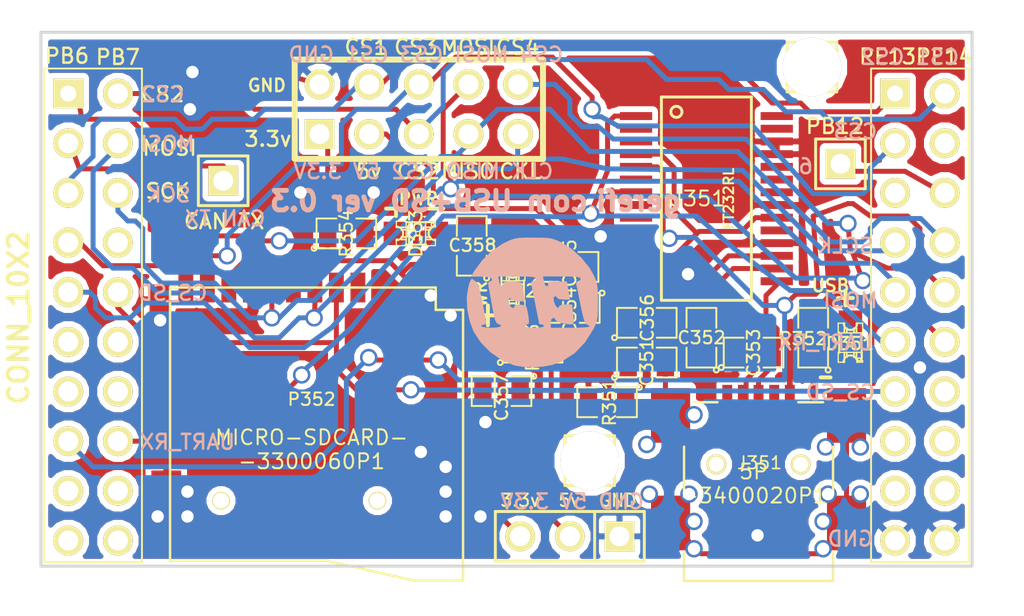
<source format=kicad_pcb>
(kicad_pcb (version 3) (host pcbnew "(2013-07-07 BZR 4022)-stable")
  (title_block (comment 2 Art_Electro) (comment 3 Art_Electro) (comment 4 Art_Electro))
  (layers (15 F.Cu signal) (0 B.Cu signal) (18 B.Paste user) (19 F.Paste user) (20 B.SilkS user) (21 F.SilkS user) (22 B.Mask user) (23 F.Mask user) (28 Edge.Cuts user))
  (net 0 "")
  (net 1 /3.3V)
  (net 2 /5V)
  (net 3 /CAN_TX)
  (net 4 /CS1)
  (net 5 /CS2)
  (net 6 /CS3)
  (net 7 /CS4)
  (net 8 /CS_SD_MODULE)
  (net 9 /D+)
  (net 10 /D-)
  (net 11 /SPI_MISO)
  (net 12 /SPI_MOSI)
  (net 13 /SPI_SCK)
  (net 14 /USART_RX)
  (net 15 /USART_TX)
  (net 16 GND)
  (net 17 N-0000013)
  (net 18 N-0000014)
  (net 19 N-0000015)
  (net 20 N-0000016)
  (net 21 N-0000017)
  (net 22 N-0000018)
  (net 23 N-0000019)
  (net 24 N-0000020)
  (net 25 N-0000021)
  (net 26 N-0000022)
  (net 27 N-0000024)
  (net 28 N-0000026)
  (net 29 N-0000029)
  (net 30 N-0000030)
  (net 31 N-0000031)
  (net 32 N-0000032)
  (net 33 N-0000033)
  (net 34 N-0000034)
  (net 35 N-0000035)
  (net 36 N-0000036)
  (net 37 N-0000037)
  (net 38 N-0000038)
  (net 39 N-0000039)
  (net 40 N-0000040)
  (net 41 N-0000041)
  (net 42 N-0000042)
  (net 43 N-0000043)
  (net 44 N-0000044)
  (net 45 N-0000045)
  (net 46 N-0000046)
  (net 47 N-0000047)
  (net 48 N-0000048)
  (net 49 N-0000049)
  (net 50 N-0000050)
  (net 51 N-0000051)
  (net 52 N-0000052)
  (net 53 N-0000053)
  (net 54 N-0000054)
  (net 55 N-0000055)
  (net 56 N-0000056)
  (net 57 N-0000057)
  (net 58 N-0000058)
  (net 59 N-0000059)
  (module SM0805 (layer F.Cu) (at 207.391 168.656)
    (fp_text reference C351 (at 0 0 90) (layer F.SilkS) (effects (font (size 0.635 0.635) (thickness 0.1016))))
    (fp_text value 4700pF hide)
    (pad 1 smd rect (at -0.9525 0) (size 0.889 1.397) (layers F.Cu F.Paste F.Mask) (net 16 GND))
    (pad 2 smd rect (at 0.9525 0) (size 0.889 1.397) (layers F.Cu F.Paste F.Mask) (net 25 N-0000021))
  )
  (module SM0805 (layer F.Cu) (at 210.185 167.386 90)
    (fp_text reference C352 (at 0 0 180) (layer F.SilkS) (effects (font (size 0.635 0.635) (thickness 0.1016))))
    (fp_text value 47pF hide)
    (pad 1 smd rect (at -0.9525 0 90) (size 0.889 1.397) (layers F.Cu F.Paste F.Mask) (net 16 GND))
    (pad 2 smd rect (at 0.9525 0 90) (size 0.889 1.397) (layers F.Cu F.Paste F.Mask) (net 10 /D-))
  )
  (module SM0805 (layer F.Cu) (at 212.852 168.148)
    (fp_text reference C353 (at 0 0 90) (layer F.SilkS) (effects (font (size 0.635 0.635) (thickness 0.1016))))
    (fp_text value 47pF hide)
    (pad 1 smd rect (at -0.9525 0) (size 0.889 1.397) (layers F.Cu F.Paste F.Mask) (net 16 GND))
    (pad 2 smd rect (at 0.9525 0) (size 0.889 1.397) (layers F.Cu F.Paste F.Mask) (net 9 /D+))
  )
  (module SM0805 (layer F.Cu) (at 203.454 165.862 180)
    (fp_text reference C354 (at 0 -0.1524 270) (layer F.SilkS) (effects (font (size 0.635 0.635) (thickness 0.1016))))
    (fp_text value 4.7uF hide)
    (pad 1 smd rect (at -0.9525 0 180) (size 0.889 1.397) (layers F.Cu F.Paste F.Mask) (net 2 /5V))
    (pad 2 smd rect (at 0.9525 0 180) (size 0.889 1.397) (layers F.Cu F.Paste F.Mask) (net 16 GND))
  )
  (module SM0805 (layer F.Cu) (at 203.3905 163.7665)
    (fp_text reference C355 (at 0.0635 -0.1905 90) (layer F.SilkS) (effects (font (size 0.635 0.635) (thickness 0.1016))))
    (fp_text value .1uF hide)
    (pad 1 smd rect (at -0.9525 0) (size 0.889 1.397) (layers F.Cu F.Paste F.Mask) (net 16 GND))
    (pad 2 smd rect (at 0.9525 0) (size 0.889 1.397) (layers F.Cu F.Paste F.Mask) (net 2 /5V))
  )
  (module SM0805 (layer F.Cu) (at 207.391 166.624)
    (fp_text reference C356 (at 0.0254 -0.254 90) (layer F.SilkS) (effects (font (size 0.635 0.635) (thickness 0.1016))))
    (fp_text value .1uF hide)
    (pad 1 smd rect (at -0.9525 0) (size 0.889 1.397) (layers F.Cu F.Paste F.Mask) (net 16 GND))
    (pad 2 smd rect (at 0.9525 0) (size 0.889 1.397) (layers F.Cu F.Paste F.Mask) (net 45 N-0000045))
  )
  (module SM0805 (layer F.Cu) (at 205.359 170.688 180)
    (fp_text reference R351 (at -0.127 0 270) (layer F.SilkS) (effects (font (size 0.635 0.635) (thickness 0.1016))))
    (fp_text value 1M hide)
    (pad 1 smd rect (at -0.9525 0 180) (size 0.889 1.397) (layers F.Cu F.Paste F.Mask) (net 25 N-0000021))
    (pad 2 smd rect (at 0.9525 0 180) (size 0.889 1.397) (layers F.Cu F.Paste F.Mask) (net 16 GND))
  )
  (module SM0805 (layer F.Cu) (at 215.9 167.386 90)
    (fp_text reference R352 (at -0.0508 -0.508 180) (layer F.SilkS) (effects (font (size 0.635 0.635) (thickness 0.1016))))
    (fp_text value 1k hide)
    (pad 1 smd rect (at -0.9525 0 90) (size 0.889 1.397) (layers F.Cu F.Paste F.Mask) (net 24 N-0000020))
    (pad 2 smd rect (at 0.9525 0 90) (size 0.889 1.397) (layers F.Cu F.Paste F.Mask) (net 26 N-0000022))
  )
  (module SM0805 (layer F.Cu) (at 201.549 167.894)
    (fp_text reference R353 (at 0 0 90) (layer F.SilkS) (effects (font (size 0.635 0.635) (thickness 0.1016))))
    (fp_text value 1k hide)
    (pad 1 smd rect (at -0.9525 0) (size 0.889 1.397) (layers F.Cu F.Paste F.Mask) (net 30 N-0000030))
    (pad 2 smd rect (at 0.9525 0) (size 0.889 1.397) (layers F.Cu F.Paste F.Mask) (net 2 /5V))
  )
  (module ssop-28 (layer F.Cu) (at 210.439 160.274 270)
    (fp_text reference U351 (at 0 0.508 360) (layer F.SilkS) (effects (font (size 0.762 0.762) (thickness 0.1016))))
    (fp_text value FT232RL (at 0 -1.143 270) (layer F.SilkS) (effects (font (size 0.50038 0.50038) (thickness 0.09906))))
    (pad 7 smd rect (at -0.32512 3.59918 270) (size 0.4064 1.651) (layers F.Cu F.Paste F.Mask) (net 16 GND))
    (pad 8 smd rect (at 0.32512 3.59918 270) (size 0.4064 1.651) (layers F.Cu F.Paste F.Mask))
    (pad 9 smd rect (at 0.97536 3.59918 270) (size 0.4064 1.651) (layers F.Cu F.Paste F.Mask) (net 53 N-0000053))
    (pad 10 smd rect (at 1.6256 3.59918 270) (size 0.4064 1.651) (layers F.Cu F.Paste F.Mask) (net 52 N-0000052))
    (pad 25 smd rect (at -2.27584 -3.59918 270) (size 0.4064 1.651) (layers F.Cu F.Paste F.Mask) (net 16 GND))
    (pad 4 smd rect (at -2.27584 3.59918 270) (size 0.4064 1.651) (layers F.Cu F.Paste F.Mask) (net 2 /5V))
    (pad 5 smd rect (at -1.6256 3.59918 270) (size 0.4064 1.651) (layers F.Cu F.Paste F.Mask) (net 15 /USART_TX))
    (pad 6 smd rect (at -0.97536 3.59918 270) (size 0.4064 1.651) (layers F.Cu F.Paste F.Mask) (net 54 N-0000054))
    (pad 18 smd rect (at 2.27584 -3.59918 270) (size 0.4064 1.651) (layers F.Cu F.Paste F.Mask) (net 16 GND))
    (pad 19 smd rect (at 1.6256 -3.59918 270) (size 0.4064 1.651) (layers F.Cu F.Paste F.Mask) (net 42 N-0000042))
    (pad 20 smd rect (at 0.97536 -3.59918 270) (size 0.4064 1.651) (layers F.Cu F.Paste F.Mask) (net 2 /5V))
    (pad 21 smd rect (at 0.32512 -3.59918 270) (size 0.4064 1.651) (layers F.Cu F.Paste F.Mask) (net 16 GND))
    (pad 22 smd rect (at -0.32512 -3.59918 270) (size 0.4064 1.651) (layers F.Cu F.Paste F.Mask) (net 49 N-0000049))
    (pad 23 smd rect (at -0.97536 -3.59918 270) (size 0.4064 1.651) (layers F.Cu F.Paste F.Mask) (net 47 N-0000047))
    (pad 11 smd rect (at 2.27584 3.59918 270) (size 0.4064 1.651) (layers F.Cu F.Paste F.Mask) (net 51 N-0000051))
    (pad 24 smd rect (at -1.6256 -3.59918 270) (size 0.4064 1.651) (layers F.Cu F.Paste F.Mask))
    (pad 26 smd rect (at -2.92608 -3.59918 270) (size 0.4064 1.651) (layers F.Cu F.Paste F.Mask) (net 16 GND))
    (pad 27 smd rect (at -3.57378 -3.59918 270) (size 0.4064 1.651) (layers F.Cu F.Paste F.Mask) (net 44 N-0000044))
    (pad 28 smd rect (at -4.22402 -3.59918 270) (size 0.4064 1.651) (layers F.Cu F.Paste F.Mask) (net 43 N-0000043))
    (pad 1 smd rect (at -4.22402 3.59918 270) (size 0.4064 1.651) (layers F.Cu F.Paste F.Mask) (net 14 /USART_RX))
    (pad 2 smd rect (at -3.57378 3.59918 270) (size 0.4064 1.651) (layers F.Cu F.Paste F.Mask) (net 56 N-0000056))
    (pad 3 smd rect (at -2.92608 3.59918 270) (size 0.4064 1.651) (layers F.Cu F.Paste F.Mask) (net 55 N-0000055))
    (pad 12 smd rect (at 2.92608 3.59918 270) (size 0.4064 1.651) (layers F.Cu F.Paste F.Mask) (net 50 N-0000050))
    (pad 13 smd rect (at 3.57378 3.59918 270) (size 0.4064 1.651) (layers F.Cu F.Paste F.Mask) (net 48 N-0000048))
    (pad 14 smd rect (at 4.22402 3.59918 270) (size 0.4064 1.651) (layers F.Cu F.Paste F.Mask) (net 46 N-0000046))
    (pad 15 smd rect (at 4.22402 -3.59918 270) (size 0.4064 1.651) (layers F.Cu F.Paste F.Mask) (net 9 /D+))
    (pad 16 smd rect (at 3.57378 -3.59918 270) (size 0.4064 1.651) (layers F.Cu F.Paste F.Mask) (net 10 /D-))
    (pad 17 smd rect (at 2.92608 -3.59918 270) (size 0.4064 1.651) (layers F.Cu F.Paste F.Mask) (net 45 N-0000045))
  )
  (module SM0805 (layer F.Cu) (at 192.024 162.052)
    (fp_text reference R354 (at 0 0 90) (layer F.SilkS) (effects (font (size 0.635 0.635) (thickness 0.1016))))
    (fp_text value 1k hide)
    (pad 1 smd rect (at -0.9525 0) (size 0.889 1.397) (layers F.Cu F.Paste F.Mask) (net 1 /3.3V))
    (pad 2 smd rect (at 0.9525 0) (size 0.889 1.397) (layers F.Cu F.Paste F.Mask) (net 29 N-0000029))
  )
  (module PIN_ARRAY_3_A (layer F.Cu) (at 203.454 177.546 180)
    (fp_text reference K351 hide)
    (fp_text value CONN_3 hide)
    (pad 1 thru_hole rect (at -2.54 0 180) (size 1.524 1.524) (drill 1.016) (layers *.Cu *.Mask F.SilkS) (net 16 GND))
    (pad 2 thru_hole circle (at 0 0 180) (size 1.524 1.524) (drill 1.016) (layers *.Cu *.Mask F.SilkS) (net 2 /5V))
    (pad 3 thru_hole circle (at 2.54 0 180) (size 1.524 1.524) (drill 1.016) (layers *.Cu *.Mask F.SilkS) (net 1 /3.3V))
  )
  (module PIN_ARRAY_1 (layer F.Cu) (at 217.297 158.496)
    (fp_text reference P355 hide)
    (fp_text value CONN_1 hide)
    (pad 1 thru_hole rect (at 0 0) (size 1.524 1.524) (drill 1.016) (layers *.Cu *.Mask F.SilkS) (net 32 N-0000032))
  )
  (module PIN_ARRAY_1 (layer F.Cu) (at 185.7248 159.3596)
    (fp_text reference P356 hide)
    (fp_text value CONN_1 hide)
    (pad 1 thru_hole rect (at 0 0) (size 1.524 1.524) (drill 1.016) (layers *.Cu *.Mask F.SilkS) (net 3 /CAN_TX))
  )
  (module LOGO_F (layer B.Cu) (at 201.549 165.608)
    (fp_text reference G305 hide)
    (fp_text value LOGO hide)
  )
  (module SM0805 (layer F.Cu) (at 199.9615 170.1165 180)
    (fp_text reference C357 (at 0 -0.3175 270) (layer F.SilkS) (effects (font (size 0.635 0.635) (thickness 0.10922))))
    (fp_text value .1uF hide)
    (pad 1 smd rect (at -0.9525 0 180) (size 0.889 1.397) (layers F.Cu F.Paste F.Mask) (net 16 GND))
    (pad 2 smd rect (at 0.9525 0 180) (size 0.889 1.397) (layers F.Cu F.Paste F.Mask) (net 1 /3.3V))
  )
  (module SM0805 (layer F.Cu) (at 198.4375 162.687 90)
    (fp_text reference C358 (at 0.0254 0.0381 180) (layer F.SilkS) (effects (font (size 0.635 0.635) (thickness 0.10922))))
    (fp_text value 4.7uF hide)
    (pad 1 smd rect (at -0.9525 0 90) (size 0.889 1.397) (layers F.Cu F.Paste F.Mask) (net 1 /3.3V))
    (pad 2 smd rect (at 0.9525 0 90) (size 0.889 1.397) (layers F.Cu F.Paste F.Mask) (net 16 GND))
  )
  (module PIN_ARRAY_1 (layer F.Cu) (at 204.47 173.6725)
    (fp_text reference M351 hide)
    (fp_text value CONN_1 hide)
    (pad 1 thru_hole circle (at 0 0) (size 3 3) (drill 3) (layers *.Cu *.Mask F.SilkS) (net 27 N-0000024))
  )
  (module PIN_ARRAY_1 (layer F.Cu) (at 215.8365 153.543)
    (fp_text reference M352 hide)
    (fp_text value CONN_1 hide)
    (pad 1 thru_hole circle (at 0 0) (size 3 3) (drill 3) (layers *.Cu *.Mask F.SilkS) (net 31 N-0000031))
  )
  (module LED-0805_A (layer F.Cu) (at 217.805 167.64 270)
    (fp_text reference D351 (at 0.0508 0.0254 360) (layer F.SilkS) (effects (font (size 0.635 0.635) (thickness 0.10922))))
    (fp_text value GREEN hide)
    (pad 1 smd rect (at -1.04902 0 270) (size 1.19888 1.19888) (layers F.Cu F.Paste F.Mask) (net 26 N-0000022))
    (pad 2 smd rect (at 1.04902 0 270) (size 1.19888 1.19888) (layers F.Cu F.Paste F.Mask) (net 16 GND))
  )
  (module LED-0805_A (layer F.Cu) (at 200.533 164.973 90)
    (fp_text reference D352 (at -0.0254 0.0254 180) (layer F.SilkS) (effects (font (size 0.635 0.635) (thickness 0.10922))))
    (fp_text value RED hide)
    (pad 1 smd rect (at -1.04902 0 90) (size 1.19888 1.19888) (layers F.Cu F.Paste F.Mask) (net 30 N-0000030))
    (pad 2 smd rect (at 1.04902 0 90) (size 1.19888 1.19888) (layers F.Cu F.Paste F.Mask) (net 16 GND))
  )
  (module LED-0805_A (layer F.Cu) (at 195.58 162.052)
    (fp_text reference D353 (at 0 0 90) (layer F.SilkS) (effects (font (size 0.635 0.635) (thickness 0.10922))))
    (fp_text value RED hide)
    (pad 1 smd rect (at -1.04902 0) (size 1.19888 1.19888) (layers F.Cu F.Paste F.Mask) (net 29 N-0000029))
    (pad 2 smd rect (at 1.04902 0) (size 1.19888 1.19888) (layers F.Cu F.Paste F.Mask) (net 16 GND))
  )
  (module MINI-USB-5P-3400020P1 (layer F.Cu) (at 213.106 175.26)
    (fp_text reference J351 (at 0.0508 -1.4732) (layer F.SilkS) (effects (font (size 0.635 0.635) (thickness 0.0889))))
    (fp_text value MINI-USB-5P-3400020P1 hide)
    (pad 1 smd rect (at -1.6 -4.191) (size 0.508 2.54) (layers F.Cu F.Paste F.Mask) (net 24 N-0000020))
    (pad 2 smd rect (at -0.8 -4.191) (size 0.508 2.54) (layers F.Cu F.Paste F.Mask) (net 10 /D-))
    (pad 3 smd rect (at 0 -4.191) (size 0.508 2.54) (layers F.Cu F.Paste F.Mask) (net 9 /D+))
    (pad 4 smd rect (at 0.8 -4.191) (size 0.508 2.54) (layers F.Cu F.Paste F.Mask) (net 28 N-0000026))
    (pad 5 smd rect (at 1.6 -4.191) (size 0.508 2.54) (layers F.Cu F.Paste F.Mask) (net 16 GND))
    (pad 6 smd rect (at -4.5 1.603 90) (size 2.794 2) (layers F.Cu F.Paste F.Mask) (net 25 N-0000021))
    (pad 6 smd rect (at 4.5 1.603 90) (size 2.794 2) (layers F.Cu F.Paste F.Mask) (net 25 N-0000021))
    (pad 6 smd rect (at -4.5 -3.897 90) (size 2.794 2) (layers F.Cu F.Paste F.Mask) (net 25 N-0000021))
    (pad 6 smd rect (at 4.5 -3.897 90) (size 2.794 2) (layers F.Cu F.Paste F.Mask) (net 25 N-0000021))
    (pad "" thru_hole circle (at -2.159 -1.397 90) (size 1.016 1.016) (drill 0.762) (layers *.Cu *.Mask F.SilkS))
    (pad "" thru_hole circle (at 2.159 -1.397 90) (size 1.016 1.016) (drill 0.762) (layers *.Cu *.Mask F.SilkS))
  )
  (module MICRO-SDCARD-CONNECTOR-3300060P1 (layer F.Cu) (at 190.5 172.3136 270)
    (fp_text reference P352 (at -1.778 0.254 360) (layer F.SilkS) (effects (font (size 0.635 0.635) (thickness 0.1016))))
    (fp_text value MICRO-SDCARD-CONNECTOR-3300060P1 hide)
    (pad 1 smd rect (at -7.493 -2.114 270) (size 1.524 0.762) (layers F.Cu F.Paste F.Mask) (net 59 N-0000059))
    (pad 2 smd rect (at -7.493 -1.014 270) (size 1.524 0.762) (layers F.Cu F.Paste F.Mask) (net 8 /CS_SD_MODULE))
    (pad 3 smd rect (at -7.493 0.086 270) (size 1.524 0.762) (layers F.Cu F.Paste F.Mask) (net 12 /SPI_MOSI))
    (pad 4 smd rect (at -7.493 1.186 270) (size 1.524 0.762) (layers F.Cu F.Paste F.Mask) (net 1 /3.3V))
    (pad 5 smd rect (at -7.493 2.286 270) (size 1.524 0.762) (layers F.Cu F.Paste F.Mask) (net 13 /SPI_SCK))
    (pad 6 smd rect (at -7.493 3.386 270) (size 1.524 0.762) (layers F.Cu F.Paste F.Mask) (net 16 GND))
    (pad 7 smd rect (at -7.493 4.486 270) (size 1.524 0.762) (layers F.Cu F.Paste F.Mask) (net 11 /SPI_MISO))
    (pad 8 smd rect (at -7.493 5.586 270) (size 1.524 0.762) (layers F.Cu F.Paste F.Mask) (net 58 N-0000058))
    (pad 9 smd rect (at -7.493 6.686 270) (size 1.524 0.762) (layers F.Cu F.Paste F.Mask) (net 57 N-0000057))
    (pad G1 smd rect (at -6.893 8.032 270) (size 1.524 1.016) (layers F.Cu F.Paste F.Mask) (net 16 GND))
    (pad G2 smd rect (at 2.88 7.686 270) (size 2.032 1.524) (layers F.Cu F.Paste F.Mask) (net 16 GND))
    (pad G3 smd rect (at 2.88 -7.714 270) (size 2.032 1.524) (layers F.Cu F.Paste F.Mask) (net 16 GND))
    (pad G4 smd rect (at -7.101 -6.895 270) (size 1.524 1.524) (layers F.Cu F.Paste F.Mask) (net 16 GND))
    (pad "" thru_hole circle (at 3.407 4.886 270) (size 0.889 0.889) (drill 0.762) (layers *.Cu *.Mask F.SilkS))
    (pad "" thru_hole circle (at 3.407 -3.114 270) (size 0.889 0.889) (drill 0.762) (layers *.Cu *.Mask F.SilkS))
  )
  (module PIN_ARRAY_5x2_M (layer F.Cu) (at 195.7324 155.702)
    (fp_text reference P351 hide)
    (fp_text value CONN_5X2 hide)
    (pad 1 thru_hole rect (at -5.08 1.27) (size 1.524 1.524) (drill 1.016) (layers *.Cu *.Mask F.SilkS) (net 1 /3.3V))
    (pad 2 thru_hole circle (at -5.08 -1.27) (size 1.524 1.524) (drill 1.016) (layers *.Cu *.Mask F.SilkS) (net 16 GND))
    (pad 3 thru_hole circle (at -2.54 1.27) (size 1.524 1.524) (drill 1.016) (layers *.Cu *.Mask F.SilkS) (net 2 /5V))
    (pad 4 thru_hole circle (at -2.54 -1.27) (size 1.524 1.524) (drill 1.016) (layers *.Cu *.Mask F.SilkS) (net 4 /CS1))
    (pad 5 thru_hole circle (at 0 1.27) (size 1.524 1.524) (drill 1.016) (layers *.Cu *.Mask F.SilkS) (net 5 /CS2))
    (pad 6 thru_hole circle (at 0 -1.27) (size 1.524 1.524) (drill 1.016) (layers *.Cu *.Mask F.SilkS) (net 6 /CS3))
    (pad 7 thru_hole circle (at 2.54 1.27) (size 1.524 1.524) (drill 1.016) (layers *.Cu *.Mask F.SilkS) (net 11 /SPI_MISO))
    (pad 8 thru_hole circle (at 2.54 -1.27) (size 1.524 1.524) (drill 1.016) (layers *.Cu *.Mask F.SilkS) (net 12 /SPI_MOSI))
    (pad 9 thru_hole circle (at 5.08 1.27) (size 1.524 1.524) (drill 1.016) (layers *.Cu *.Mask F.SilkS) (net 13 /SPI_SCK))
    (pad 10 thru_hole circle (at 5.08 -1.27) (size 1.524 1.524) (drill 1.016) (layers *.Cu *.Mask F.SilkS) (net 7 /CS4))
  )
  (module PIN_ARRAY_10X2_M (layer F.Cu) (at 179.07 166.37 270)
    (fp_text reference P353 hide)
    (fp_text value CONN_10X2 (at 0 3.81 270) (layer F.SilkS) (effects (font (size 1.016 1.016) (thickness 0.2032))))
    (pad 1 thru_hole rect (at -11.47064 1.27 270) (size 1.524 1.524) (drill 0.8128) (layers *.Cu *.Mask F.SilkS) (net 3 /CAN_TX))
    (pad 2 thru_hole circle (at -11.47064 -1.27 270) (size 1.524 1.524) (drill 1.016) (layers *.Cu *.Mask F.SilkS) (net 5 /CS2))
    (pad 3 thru_hole circle (at -8.93064 1.27 270) (size 1.524 1.524) (drill 1.016) (layers *.Cu *.Mask F.SilkS) (net 11 /SPI_MISO))
    (pad 4 thru_hole circle (at -8.93064 -1.27 270) (size 1.524 1.524) (drill 1.016) (layers *.Cu *.Mask F.SilkS) (net 12 /SPI_MOSI))
    (pad 5 thru_hole circle (at -6.39064 1.27 270) (size 1.524 1.524) (drill 1.016) (layers *.Cu *.Mask F.SilkS) (net 4 /CS1))
    (pad 6 thru_hole circle (at -6.39064 -1.27 270) (size 1.524 1.524) (drill 1.016) (layers *.Cu *.Mask F.SilkS) (net 13 /SPI_SCK))
    (pad 7 thru_hole circle (at -3.85064 1.27 270) (size 1.524 1.524) (drill 1.016) (layers *.Cu *.Mask F.SilkS) (net 6 /CS3))
    (pad 8 thru_hole circle (at -3.85064 -1.27 270) (size 1.524 1.524) (drill 1.016) (layers *.Cu *.Mask F.SilkS) (net 41 N-0000041))
    (pad 9 thru_hole circle (at -1.31064 1.27 270) (size 1.524 1.524) (drill 1.016) (layers *.Cu *.Mask F.SilkS) (net 7 /CS4))
    (pad 10 thru_hole circle (at -1.31064 -1.27 270) (size 1.524 1.524) (drill 1.016) (layers *.Cu *.Mask F.SilkS) (net 8 /CS_SD_MODULE))
    (pad 11 thru_hole circle (at 1.22936 1.27 270) (size 1.524 1.524) (drill 1.016) (layers *.Cu *.Mask F.SilkS) (net 36 N-0000036))
    (pad 12 thru_hole circle (at 1.22936 -1.27 270) (size 1.524 1.524) (drill 1.016) (layers *.Cu *.Mask F.SilkS) (net 40 N-0000040))
    (pad 13 thru_hole circle (at 3.76936 1.27 270) (size 1.524 1.524) (drill 1.016) (layers *.Cu *.Mask F.SilkS) (net 35 N-0000035))
    (pad 14 thru_hole circle (at 3.76936 -1.27 270) (size 1.524 1.524) (drill 1.016) (layers *.Cu *.Mask F.SilkS) (net 39 N-0000039))
    (pad 15 thru_hole circle (at 6.30936 1.27 270) (size 1.524 1.524) (drill 1.016) (layers *.Cu *.Mask F.SilkS) (net 15 /USART_TX))
    (pad 16 thru_hole circle (at 6.30936 -1.27 270) (size 1.524 1.524) (drill 1.016) (layers *.Cu *.Mask F.SilkS) (net 14 /USART_RX))
    (pad 17 thru_hole circle (at 8.84936 1.27 270) (size 1.524 1.524) (drill 1.016) (layers *.Cu *.Mask F.SilkS) (net 34 N-0000034))
    (pad 18 thru_hole circle (at 8.84936 -1.27 270) (size 1.524 1.524) (drill 1.016) (layers *.Cu *.Mask F.SilkS) (net 38 N-0000038))
    (pad 19 thru_hole circle (at 11.38936 1.27 270) (size 1.524 1.524) (drill 1.016) (layers *.Cu *.Mask F.SilkS) (net 33 N-0000033))
    (pad 20 thru_hole circle (at 11.38936 -1.27 270) (size 1.524 1.524) (drill 1.016) (layers *.Cu *.Mask F.SilkS) (net 37 N-0000037))
  )
  (module PIN_ARRAY_10X2_M (layer F.Cu) (at 221.361 166.37 270)
    (fp_text reference P354 hide)
    (fp_text value CONN_10X2 hide)
    (pad 1 thru_hole rect (at -11.47064 1.27 270) (size 1.524 1.524) (drill 0.8128) (layers *.Cu *.Mask F.SilkS) (net 4 /CS1))
    (pad 2 thru_hole circle (at -11.47064 -1.27 270) (size 1.524 1.524) (drill 1.016) (layers *.Cu *.Mask F.SilkS) (net 5 /CS2))
    (pad 3 thru_hole circle (at -8.93064 1.27 270) (size 1.524 1.524) (drill 1.016) (layers *.Cu *.Mask F.SilkS) (net 6 /CS3))
    (pad 4 thru_hole circle (at -8.93064 -1.27 270) (size 1.524 1.524) (drill 1.016) (layers *.Cu *.Mask F.SilkS) (net 21 N-0000017))
    (pad 5 thru_hole circle (at -6.39064 1.27 270) (size 1.524 1.524) (drill 1.016) (layers *.Cu *.Mask F.SilkS) (net 17 N-0000013))
    (pad 6 thru_hole circle (at -6.39064 -1.27 270) (size 1.524 1.524) (drill 1.016) (layers *.Cu *.Mask F.SilkS) (net 32 N-0000032))
    (pad 7 thru_hole circle (at -3.85064 1.27 270) (size 1.524 1.524) (drill 1.016) (layers *.Cu *.Mask F.SilkS) (net 13 /SPI_SCK))
    (pad 8 thru_hole circle (at -3.85064 -1.27 270) (size 1.524 1.524) (drill 1.016) (layers *.Cu *.Mask F.SilkS) (net 11 /SPI_MISO))
    (pad 9 thru_hole circle (at -1.31064 1.27 270) (size 1.524 1.524) (drill 1.016) (layers *.Cu *.Mask F.SilkS) (net 12 /SPI_MOSI))
    (pad 10 thru_hole circle (at -1.31064 -1.27 270) (size 1.524 1.524) (drill 1.016) (layers *.Cu *.Mask F.SilkS) (net 15 /USART_TX))
    (pad 11 thru_hole circle (at 1.22936 1.27 270) (size 1.524 1.524) (drill 1.016) (layers *.Cu *.Mask F.SilkS) (net 14 /USART_RX))
    (pad 12 thru_hole circle (at 1.22936 -1.27 270) (size 1.524 1.524) (drill 1.016) (layers *.Cu *.Mask F.SilkS) (net 7 /CS4))
    (pad 13 thru_hole circle (at 3.76936 1.27 270) (size 1.524 1.524) (drill 1.016) (layers *.Cu *.Mask F.SilkS) (net 8 /CS_SD_MODULE))
    (pad 14 thru_hole circle (at 3.76936 -1.27 270) (size 1.524 1.524) (drill 1.016) (layers *.Cu *.Mask F.SilkS) (net 20 N-0000016))
    (pad 15 thru_hole circle (at 6.30936 1.27 270) (size 1.524 1.524) (drill 1.016) (layers *.Cu *.Mask F.SilkS) (net 23 N-0000019))
    (pad 16 thru_hole circle (at 6.30936 -1.27 270) (size 1.524 1.524) (drill 1.016) (layers *.Cu *.Mask F.SilkS) (net 19 N-0000015))
    (pad 17 thru_hole circle (at 8.84936 1.27 270) (size 1.524 1.524) (drill 1.016) (layers *.Cu *.Mask F.SilkS) (net 22 N-0000018))
    (pad 18 thru_hole circle (at 8.84936 -1.27 270) (size 1.524 1.524) (drill 1.016) (layers *.Cu *.Mask F.SilkS) (net 18 N-0000014))
    (pad 19 thru_hole circle (at 11.38936 1.27 270) (size 1.524 1.524) (drill 1.016) (layers *.Cu *.Mask F.SilkS) (net 16 GND))
    (pad 20 thru_hole circle (at 11.38936 -1.27 270) (size 1.524 1.524) (drill 1.016) (layers *.Cu *.Mask F.SilkS) (net 16 GND))
  )
  (gr_text CS2 (at 182.626 154.94) (layer F.SilkS) (effects (font (size 0.762 0.762) (thickness 0.127))))
  (gr_text "CAN TX" (at 185.7756 161.4424) (layer F.SilkS) (effects (font (size 0.762 0.762) (thickness 0.125095))))
  (gr_text SCK (at 182.9308 160.0708) (layer B.SilkS) (effects (font (size 0.762 0.762) (thickness 0.125095)) (justify mirror)))
  (gr_text PWR (at 198.882 165.481 90) (layer F.SilkS) (effects (font (size 0.635 0.635) (thickness 0.125095))))
  (gr_text PWR (at 195.707 160.274) (layer F.SilkS) (effects (font (size 0.635 0.635) (thickness 0.125095))))
  (gr_text USB (at 216.789 164.719) (layer F.SilkS) (effects (font (size 0.635 0.635) (thickness 0.125095))))
  (gr_text CKL (at 200.914 158.877) (layer F.SilkS) (effects (font (size 0.762 0.762) (thickness 0.125095))))
  (gr_text MISO (at 198.247 158.877) (layer F.SilkS) (effects (font (size 0.762 0.762) (thickness 0.125095))))
  (gr_text MOSI (at 198.247 152.527) (layer F.SilkS) (effects (font (size 0.762 0.762) (thickness 0.125095))))
  (gr_text PB12 (at 217.0176 156.5656) (layer F.SilkS) (effects (font (size 0.762 0.762) (thickness 0.125095))))
  (gr_text PE13 (at 219.71 153.0096) (layer F.SilkS) (effects (font (size 0.762 0.762) (thickness 0.125095))))
  (gr_text 6 (at 215.519 158.623) (layer B.SilkS) (effects (font (size 0.762 0.762) (thickness 0.127)) (justify mirror)))
  (gr_text "CAN TX" (at 185.8264 161.29) (layer B.SilkS) (effects (font (size 0.762 0.762) (thickness 0.127)) (justify mirror)))
  (gr_text "CLK MISO CS2 5V 3.3V" (at 195.961 158.877) (layer B.SilkS) (effects (font (size 0.762 0.762) (thickness 0.127)) (justify mirror)))
  (gr_text "CS4 MOSI CS3 CS1 GND" (at 196.088 152.908) (layer B.SilkS) (effects (font (size 0.762 0.762) (thickness 0.127)) (justify mirror)))
  (gr_text "GND 5V 3.3V" (at 203.581 175.768) (layer B.SilkS) (effects (font (size 0.762 0.762) (thickness 0.127)) (justify mirror)))
  (gr_text MOSI (at 182.88 157.48) (layer B.SilkS) (effects (font (size 0.762 0.762) (thickness 0.127)) (justify mirror)))
  (gr_text UART_RX (at 183.896 172.72) (layer B.SilkS) (effects (font (size 0.762 0.762) (thickness 0.127)) (justify mirror)))
  (gr_text CS_SD (at 183.134 165.1) (layer B.SilkS) (effects (font (size 0.762 0.762) (thickness 0.127)) (justify mirror)))
  (gr_text SCK (at 182.88 159.893) (layer F.SilkS) (effects (font (size 0.762 0.762) (thickness 0.127))))
  (gr_text GND (at 217.805 177.673) (layer B.SilkS) (effects (font (size 0.762 0.762) (thickness 0.127)) (justify mirror)))
  (gr_text CS_SD (at 217.297 170.18) (layer B.SilkS) (effects (font (size 0.762 0.762) (thickness 0.127)) (justify mirror)))
  (gr_text UART_RX (at 216.535 167.64) (layer B.SilkS) (effects (font (size 0.762 0.762) (thickness 0.127)) (justify mirror)))
  (gr_text CS2 (at 182.626 154.94) (layer B.SilkS) (effects (font (size 0.762 0.762) (thickness 0.127)) (justify mirror)))
  (gr_text MOSI (at 217.805 165.481) (layer B.SilkS) (effects (font (size 0.762 0.762) (thickness 0.127)) (justify mirror)))
  (gr_text SCLK (at 217.551 162.687) (layer B.SilkS) (effects (font (size 0.762 0.762) (thickness 0.127)) (justify mirror)))
  (gr_text CS3 (at 218.059 156.845) (layer B.SilkS) (effects (font (size 0.762 0.762) (thickness 0.127)) (justify mirror)))
  (gr_text "CS1 CS2" (at 220.853 153.035) (layer B.SilkS) (effects (font (size 0.762 0.762) (thickness 0.127)) (justify mirror)))
  (gr_line (start 194.945 160.782) (end 195.072 160.782) (angle 90) (layer F.SilkS) (width 0.2))
  (gr_line (start 194.564 161.163) (end 194.564 160.274) (angle 90) (layer F.SilkS) (width 0.2))
  (gr_line (start 194.056 160.782) (end 194.945 160.782) (angle 90) (layer F.SilkS) (width 0.2))
  (gr_line (start 196.215 160.782) (end 196.977 160.782) (angle 90) (layer F.SilkS) (width 0.2))
  (gr_line (start 199.263 165.735) (end 199.263 166.751) (angle 90) (layer F.SilkS) (width 0.2))
  (gr_line (start 198.882 166.243) (end 199.644 166.243) (angle 90) (layer F.SilkS) (width 0.2))
  (gr_line (start 200.152 162.814) (end 200.787 162.814) (angle 90) (layer F.SilkS) (width 0.2))
  (gr_line (start 216.789 169.418) (end 216.281 169.418) (angle 90) (layer F.SilkS) (width 0.2))
  (gr_line (start 217.551 165.735) (end 217.551 164.973) (angle 90) (layer F.SilkS) (width 0.2))
  (gr_line (start 217.17 165.354) (end 217.932 165.354) (angle 90) (layer F.SilkS) (width 0.2))
  (gr_text MOSI (at 182.9816 157.6832) (layer F.SilkS) (effects (font (size 0.762 0.762) (thickness 0.125095))))
  (gr_text CS2 (at 195.707 158.877) (layer F.SilkS) (effects (font (size 0.762 0.762) (thickness 0.125095))))
  (gr_text CS4 (at 200.787 152.527) (layer F.SilkS) (effects (font (size 0.762 0.762) (thickness 0.125095))))
  (gr_text CS3 (at 195.58 152.527) (layer F.SilkS) (effects (font (size 0.762 0.762) (thickness 0.125095))))
  (gr_text CS1 (at 193.04 152.527) (layer F.SilkS) (effects (font (size 0.762 0.762) (thickness 0.125095))))
  (gr_text 5v (at 193.167 158.877) (layer F.SilkS) (effects (font (size 0.762 0.762) (thickness 0.125095))))
  (gr_text 3.3v (at 188.0108 157.226) (layer F.SilkS) (effects (font (size 0.762 0.762) (thickness 0.125095))))
  (gr_text PB7 (at 180.34 153.035) (layer F.SilkS) (effects (font (size 0.762 0.762) (thickness 0.125095))))
  (gr_text PB6 (at 177.7365 152.9715) (layer F.SilkS) (effects (font (size 0.762 0.762) (thickness 0.125095))))
  (gr_text GND (at 187.96 154.4828) (layer F.SilkS) (effects (font (size 0.635 0.635) (thickness 0.125095))))
  (gr_text PE14 (at 222.6056 153.0096) (layer F.SilkS) (effects (font (size 0.762 0.762) (thickness 0.125095))))
  (gr_text "3.3v  5v  GND" (at 203.3905 175.7045) (layer F.SilkS) (effects (font (size 0.635 0.635) (thickness 0.1016))))
  (gr_text "gerefi.com USB+SD ver 0.3" (at 198.628 160.401) (layer B.SilkS) (effects (font (size 1 1) (thickness 0.25)) (justify mirror)))
  (gr_text "5P\n-3400020P1" (at 212.852 174.8536) (layer F.SilkS) (effects (font (size 0.762 0.762) (thickness 0.1016))))
  (gr_text "MICRO-SDCARD-\n-3300060P1" (at 190.246 173.101) (layer F.SilkS) (effects (font (size 0.762 0.762) (thickness 0.1016))))
  (gr_line (start 224.028 179.07) (end 224.028 151.765) (angle 90) (layer Edge.Cuts) (width 0.15))
  (gr_line (start 224.028 151.765) (end 176.403 151.765) (angle 90) (layer Edge.Cuts) (width 0.15))
  (gr_line (start 176.403 179.07) (end 224.028 179.07) (angle 90) (layer Edge.Cuts) (width 0.15))
  (gr_line (start 176.403 151.765) (end 176.403 179.07) (angle 90) (layer Edge.Cuts) (width 0.15))
  (segment (start 198.12 172.466) (end 198.12 173.482) (width 0.254) (layer F.Cu) (net 1))
  (segment (start 198.12 170.3705) (end 198.12 172.466) (width 0.254) (layer F.Cu) (net 1))
  (segment (start 199.644 176.276) (end 200.914 177.546) (width 0.254) (layer F.Cu) (net 1))
  (segment (start 199.644 174.1805) (end 199.644 176.276) (width 0.254) (layer F.Cu) (net 1))
  (segment (start 199.1995 173.736) (end 199.644 174.1805) (width 0.254) (layer F.Cu) (net 1))
  (segment (start 198.374 173.736) (end 199.1995 173.736) (width 0.254) (layer F.Cu) (net 1))
  (segment (start 198.12 173.482) (end 198.374 173.736) (width 0.254) (layer F.Cu) (net 1))
  (segment (start 198.4375 163.6395) (end 195.326 163.6395) (width 0.254) (layer F.Cu) (net 1))
  (segment (start 195.326 163.6395) (end 194.84975 164.11575) (width 0.254) (layer F.Cu) (net 1))
  (segment (start 199.009 170.1165) (end 198.374 170.1165) (width 0.254) (layer F.Cu) (net 1))
  (segment (start 198.374 170.1165) (end 198.12 170.3705) (width 0.254) (layer F.Cu) (net 1))
  (segment (start 191.0715 162.052) (end 191.0715 157.4165) (width 0.254) (layer F.Cu) (net 1))
  (segment (start 191.0715 157.4165) (end 190.627 156.972) (width 0.254) (layer F.Cu) (net 1))
  (segment (start 191.0715 162.052) (end 191.0715 163.449) (width 0.254) (layer F.Cu) (net 1))
  (segment (start 191.0715 163.449) (end 191.135 163.449) (width 0.254) (layer F.Cu) (net 1))
  (segment (start 190.5635 163.449) (end 189.865 163.449) (width 0.254) (layer F.Cu) (net 1))
  (segment (start 190.627 163.449) (end 191.135 163.449) (width 0.254) (layer F.Cu) (net 1))
  (segment (start 190.5635 163.449) (end 190.627 163.449) (width 0.254) (layer F.Cu) (net 1))
  (segment (start 189.865 163.449) (end 189.314 164) (width 0.254) (layer F.Cu) (net 1))
  (segment (start 189.314 164) (end 189.314 164.846) (width 0.254) (layer F.Cu) (net 1))
  (segment (start 195.453 164.719) (end 195.453 165.862) (width 0.254) (layer F.Cu) (net 1))
  (segment (start 195.453 165.862) (end 196.977 167.386) (width 0.254) (layer F.Cu) (net 1))
  (segment (start 196.977 167.386) (end 198.12 168.529) (width 0.254) (layer F.Cu) (net 1))
  (segment (start 198.12 168.529) (end 198.12 170.3705) (width 0.254) (layer F.Cu) (net 1))
  (segment (start 191.135 163.449) (end 194.183 163.449) (width 0.254) (layer F.Cu) (net 1))
  (segment (start 194.183 163.449) (end 194.84975 164.11575) (width 0.254) (layer F.Cu) (net 1))
  (segment (start 194.84975 164.11575) (end 195.453 164.719) (width 0.254) (layer F.Cu) (net 1))
  (segment (start 206.83982 157.99816) (end 208.08696 157.99816) (width 0.254) (layer F.Cu) (net 2))
  (segment (start 208.788 160.8836) (end 209.9564 162.052) (width 0.254) (layer F.Cu) (net 2))
  (segment (start 208.788 158.6992) (end 208.788 160.8836) (width 0.254) (layer F.Cu) (net 2))
  (segment (start 208.08696 157.99816) (end 208.788 158.6992) (width 0.254) (layer F.Cu) (net 2))
  (segment (start 208.534 164.592) (end 208.534 163.4744) (width 0.254) (layer F.Cu) (net 2))
  (segment (start 208.534 164.592) (end 207.899 165.227) (width 0.254) (layer F.Cu) (net 2))
  (segment (start 207.899 165.227) (end 205.0415 165.227) (width 0.254) (layer F.Cu) (net 2))
  (segment (start 204.4065 165.862) (end 205.0415 165.227) (width 0.254) (layer F.Cu) (net 2))
  (segment (start 212.94344 161.24936) (end 214.03818 161.24936) (width 0.254) (layer F.Cu) (net 2))
  (segment (start 212.2424 161.9504) (end 212.94344 161.24936) (width 0.254) (layer F.Cu) (net 2))
  (segment (start 210.058 161.9504) (end 212.2424 161.9504) (width 0.254) (layer F.Cu) (net 2))
  (segment (start 208.534 163.4744) (end 209.9564 162.052) (width 0.254) (layer F.Cu) (net 2))
  (segment (start 209.9564 162.052) (end 210.058 161.9504) (width 0.254) (layer F.Cu) (net 2))
  (segment (start 198.628 160.782) (end 201.7268 160.782) (width 0.254) (layer F.Cu) (net 2))
  (segment (start 194.056 156.972) (end 194.564 157.48) (width 0.254) (layer F.Cu) (net 2))
  (segment (start 194.564 157.48) (end 194.564 157.988) (width 0.254) (layer F.Cu) (net 2))
  (segment (start 194.564 157.988) (end 194.945 158.369) (width 0.254) (layer F.Cu) (net 2))
  (segment (start 194.945 158.369) (end 195.961 158.369) (width 0.254) (layer F.Cu) (net 2))
  (segment (start 195.961 158.369) (end 196.469 158.877) (width 0.254) (layer F.Cu) (net 2))
  (segment (start 196.469 158.877) (end 196.469 160.274) (width 0.254) (layer F.Cu) (net 2))
  (segment (start 196.469 160.274) (end 196.977 160.782) (width 0.254) (layer F.Cu) (net 2))
  (segment (start 196.977 160.782) (end 197.739 160.782) (width 0.254) (layer F.Cu) (net 2))
  (segment (start 198.628 160.782) (end 198.12 160.782) (width 0.254) (layer F.Cu) (net 2))
  (segment (start 198.12 160.782) (end 197.739 160.782) (width 0.254) (layer F.Cu) (net 2))
  (segment (start 193.167 156.972) (end 194.056 156.972) (width 0.254) (layer F.Cu) (net 2))
  (segment (start 204.343 163.3982) (end 204.343 163.7665) (width 0.254) (layer F.Cu) (net 2))
  (segment (start 201.7268 160.782) (end 204.343 163.3982) (width 0.254) (layer F.Cu) (net 2))
  (segment (start 202.5015 167.894) (end 202.5015 171.7675) (width 0.254) (layer F.Cu) (net 2))
  (segment (start 201.549 175.641) (end 203.454 177.546) (width 0.254) (layer F.Cu) (net 2))
  (segment (start 201.549 172.72) (end 201.549 175.641) (width 0.254) (layer F.Cu) (net 2))
  (segment (start 202.5015 171.7675) (end 201.549 172.72) (width 0.254) (layer F.Cu) (net 2))
  (segment (start 204.4065 165.862) (end 204.4065 163.83) (width 0.254) (layer F.Cu) (net 2))
  (segment (start 204.4065 163.83) (end 204.343 163.7665) (width 0.254) (layer F.Cu) (net 2))
  (segment (start 202.5015 167.894) (end 203.454 167.894) (width 0.254) (layer F.Cu) (net 2))
  (segment (start 204.4065 166.9415) (end 204.4065 165.862) (width 0.254) (layer F.Cu) (net 2))
  (segment (start 203.454 167.894) (end 204.4065 166.9415) (width 0.254) (layer F.Cu) (net 2))
  (segment (start 177.8 154.89936) (end 178.26736 154.89936) (width 0.254) (layer F.Cu) (net 3))
  (segment (start 185.7248 158.5976) (end 185.7248 159.3596) (width 0.254) (layer F.Cu) (net 3))
  (segment (start 181.61 158.623) (end 185.7248 158.5976) (width 0.254) (layer F.Cu) (net 3))
  (segment (start 181.61 156.845) (end 181.61 158.623) (width 0.254) (layer F.Cu) (net 3))
  (segment (start 180.975 156.21) (end 181.61 156.845) (width 0.254) (layer F.Cu) (net 3))
  (segment (start 178.4985 156.21) (end 180.975 156.21) (width 0.254) (layer F.Cu) (net 3))
  (segment (start 178.26736 154.89936) (end 178.4985 156.21) (width 0.254) (layer F.Cu) (net 3))
  (segment (start 193.167 154.432) (end 192.659 154.432) (width 0.254) (layer B.Cu) (net 4))
  (segment (start 183.769 156.718) (end 184.658 156.718) (width 0.254) (layer B.Cu) (net 4))
  (segment (start 184.658 156.718) (end 185.166 156.21) (width 0.254) (layer B.Cu) (net 4))
  (segment (start 185.166 156.21) (end 187.325 156.21) (width 0.254) (layer B.Cu) (net 4))
  (segment (start 183.261 156.21) (end 183.769 156.718) (width 0.254) (layer B.Cu) (net 4))
  (segment (start 179.451 156.21) (end 183.261 156.21) (width 0.254) (layer B.Cu) (net 4))
  (segment (start 179.07 158.115) (end 179.07 156.591) (width 0.254) (layer B.Cu) (net 4))
  (segment (start 177.8 159.385) (end 179.07 158.115) (width 0.254) (layer B.Cu) (net 4))
  (segment (start 177.8 159.385) (end 177.8 159.97936) (width 0.254) (layer B.Cu) (net 4))
  (segment (start 179.07 156.591) (end 179.451 156.21) (width 0.254) (layer B.Cu) (net 4))
  (segment (start 187.833 155.702) (end 187.325 156.21) (width 0.254) (layer B.Cu) (net 4))
  (segment (start 191.389 155.702) (end 187.833 155.702) (width 0.254) (layer B.Cu) (net 4))
  (segment (start 192.659 154.432) (end 191.389 155.702) (width 0.254) (layer B.Cu) (net 4))
  (segment (start 210.947 152.527) (end 212.1535 153.7335) (width 0.254) (layer F.Cu) (net 4))
  (segment (start 212.1535 153.7335) (end 213.8045 155.3845) (width 0.254) (layer F.Cu) (net 4))
  (segment (start 213.8045 155.3845) (end 215.265 155.3845) (width 0.254) (layer F.Cu) (net 4))
  (segment (start 215.265 155.3845) (end 215.7095 155.829) (width 0.254) (layer F.Cu) (net 4))
  (segment (start 215.7095 155.829) (end 219.16136 155.829) (width 0.254) (layer F.Cu) (net 4))
  (segment (start 219.16136 155.829) (end 220.091 154.89936) (width 0.254) (layer F.Cu) (net 4))
  (segment (start 193.802 154.432) (end 195.707 152.527) (width 0.254) (layer F.Cu) (net 4))
  (segment (start 195.707 152.527) (end 210.947 152.527) (width 0.254) (layer F.Cu) (net 4))
  (segment (start 193.167 154.432) (end 193.802 154.432) (width 0.254) (layer F.Cu) (net 4))
  (segment (start 193.802 154.559) (end 193.167 154.559) (width 0.254) (layer F.Cu) (net 4))
  (segment (start 180.34 154.89936) (end 186.52236 154.89936) (width 0.254) (layer F.Cu) (net 5))
  (segment (start 194.564 155.702) (end 195.707 156.972) (width 0.254) (layer F.Cu) (net 5))
  (segment (start 187.325 155.702) (end 194.564 155.702) (width 0.254) (layer F.Cu) (net 5))
  (segment (start 186.52236 154.89936) (end 187.325 155.702) (width 0.254) (layer F.Cu) (net 5))
  (segment (start 196.977 154.051) (end 196.977 153.797) (width 0.254) (layer B.Cu) (net 5))
  (segment (start 221.32036 156.21) (end 222.631 154.89936) (width 0.254) (layer B.Cu) (net 5))
  (segment (start 216.662 156.21) (end 221.32036 156.21) (width 0.254) (layer B.Cu) (net 5))
  (segment (start 216.281 155.829) (end 216.662 156.21) (width 0.254) (layer B.Cu) (net 5))
  (segment (start 214.503 155.829) (end 216.281 155.829) (width 0.254) (layer B.Cu) (net 5))
  (segment (start 213.36 154.686) (end 214.503 155.829) (width 0.254) (layer B.Cu) (net 5))
  (segment (start 211.582 154.686) (end 213.36 154.686) (width 0.254) (layer B.Cu) (net 5))
  (segment (start 211.074 154.178) (end 211.582 154.686) (width 0.254) (layer B.Cu) (net 5))
  (segment (start 208.407 154.178) (end 211.074 154.178) (width 0.254) (layer B.Cu) (net 5))
  (segment (start 207.391 153.162) (end 208.407 154.178) (width 0.254) (layer B.Cu) (net 5))
  (segment (start 197.612 153.162) (end 207.391 153.162) (width 0.254) (layer B.Cu) (net 5))
  (segment (start 196.977 153.797) (end 197.612 153.162) (width 0.254) (layer B.Cu) (net 5))
  (segment (start 195.707 156.972) (end 195.707 156.845) (width 0.254) (layer B.Cu) (net 5))
  (segment (start 196.977 155.575) (end 196.977 154.051) (width 0.254) (layer B.Cu) (net 5))
  (segment (start 196.977 154.051) (end 196.977 154.000202) (width 0.254) (layer B.Cu) (net 5))
  (segment (start 195.707 156.845) (end 196.977 155.575) (width 0.254) (layer B.Cu) (net 5))
  (segment (start 191.77 158.496) (end 189.611 158.496) (width 0.254) (layer B.Cu) (net 6))
  (segment (start 178.39436 162.51936) (end 179.578 163.703) (width 0.254) (layer F.Cu) (net 6))
  (segment (start 179.578 163.703) (end 182.372 163.703) (width 0.254) (layer F.Cu) (net 6))
  (segment (start 182.372 163.703) (end 182.88 163.195) (width 0.254) (layer F.Cu) (net 6))
  (segment (start 177.8 162.51936) (end 178.39436 162.51936) (width 0.254) (layer F.Cu) (net 6))
  (segment (start 182.88 163.195) (end 185.928 163.195) (width 0.254) (layer F.Cu) (net 6))
  (via (at 185.928 163.195) (size 0.889) (layers F.Cu B.Cu) (net 6))
  (segment (start 195.453 154.432) (end 194.183 155.702) (width 0.254) (layer B.Cu) (net 6))
  (segment (start 194.183 155.702) (end 192.532 155.702) (width 0.254) (layer B.Cu) (net 6))
  (segment (start 192.532 155.702) (end 191.77 156.464) (width 0.254) (layer B.Cu) (net 6))
  (segment (start 191.77 156.464) (end 191.77 158.496) (width 0.254) (layer B.Cu) (net 6))
  (segment (start 195.453 154.432) (end 195.707 154.432) (width 0.254) (layer B.Cu) (net 6))
  (segment (start 185.928 162.179) (end 185.928 163.195) (width 0.254) (layer B.Cu) (net 6))
  (segment (start 189.611 158.496) (end 185.928 162.179) (width 0.254) (layer B.Cu) (net 6))
  (segment (start 201.422 153.035) (end 202.565 153.035) (width 0.254) (layer F.Cu) (net 6))
  (segment (start 196.215 154.432) (end 197.612 153.035) (width 0.254) (layer F.Cu) (net 6))
  (segment (start 197.612 153.035) (end 201.422 153.035) (width 0.254) (layer F.Cu) (net 6))
  (segment (start 195.707 154.432) (end 196.215 154.432) (width 0.254) (layer F.Cu) (net 6))
  (segment (start 204.597 155.067) (end 204.597 155.702) (width 0.254) (layer F.Cu) (net 6))
  (segment (start 202.565 153.035) (end 204.597 155.067) (width 0.254) (layer F.Cu) (net 6))
  (segment (start 205.905101 156.552899) (end 212.813899 156.552899) (width 0.254) (layer B.Cu) (net 6))
  (segment (start 218.821 158.70936) (end 220.091 157.43936) (width 0.254) (layer B.Cu) (net 6))
  (segment (start 218.821 159.639) (end 218.821 158.70936) (width 0.254) (layer B.Cu) (net 6))
  (segment (start 218.44 160.02) (end 218.821 159.639) (width 0.254) (layer B.Cu) (net 6))
  (segment (start 215.9 160.02) (end 218.44 160.02) (width 0.254) (layer B.Cu) (net 6))
  (segment (start 212.813899 156.552899) (end 215.9 160.02) (width 0.254) (layer B.Cu) (net 6))
  (segment (start 204.597 155.702) (end 204.292202 155.702) (width 0.254) (layer B.Cu) (net 6))
  (via (at 204.597 155.702) (size 0.889) (layers F.Cu B.Cu) (net 6))
  (segment (start 205.054202 156.083) (end 205.905101 156.552899) (width 0.254) (layer B.Cu) (net 6))
  (segment (start 204.673202 156.083) (end 205.054202 156.083) (width 0.254) (layer B.Cu) (net 6))
  (segment (start 204.292202 155.702) (end 204.673202 156.083) (width 0.254) (layer B.Cu) (net 6))
  (segment (start 204.346 155.702) (end 204.597 155.702) (width 0.254) (layer F.Cu) (net 6))
  (segment (start 205.905101 156.552899) (end 205.943202 156.591) (width 0.254) (layer B.Cu) (net 6))
  (segment (start 200.787 154.432) (end 202.692 154.432) (width 0.254) (layer B.Cu) (net 7))
  (segment (start 212.471 157.226) (end 205.67762 157.226) (width 0.254) (layer B.Cu) (net 7))
  (segment (start 212.471 157.226) (end 216.662 161.544) (width 0.254) (layer B.Cu) (net 7))
  (segment (start 216.662 161.544) (end 217.678 161.544) (width 0.254) (layer B.Cu) (net 7))
  (via (at 217.678 161.544) (size 0.889) (layers F.Cu B.Cu) (net 7))
  (segment (start 217.678 161.544) (end 217.805 162.941) (width 0.254) (layer F.Cu) (net 7))
  (segment (start 205.67762 157.226) (end 204.91562 156.591) (width 0.254) (layer B.Cu) (net 7))
  (segment (start 204.089 156.591) (end 204.91562 156.591) (width 0.254) (layer B.Cu) (net 7))
  (segment (start 203.454 155.956) (end 204.089 156.591) (width 0.254) (layer B.Cu) (net 7))
  (segment (start 203.454 155.194) (end 203.454 155.956) (width 0.254) (layer B.Cu) (net 7))
  (segment (start 202.692 154.432) (end 203.454 155.194) (width 0.254) (layer B.Cu) (net 7))
  (segment (start 216.408 164.338) (end 218.313 164.338) (width 0.254) (layer B.Cu) (net 7))
  (segment (start 210.439 160.147) (end 214.999418 164.338) (width 0.254) (layer B.Cu) (net 7))
  (segment (start 214.999418 164.338) (end 216.408 164.338) (width 0.254) (layer B.Cu) (net 7))
  (segment (start 198.577202 160.147) (end 205.994 160.147) (width 0.254) (layer B.Cu) (net 7))
  (segment (start 197.815202 160.655) (end 198.577202 160.147) (width 0.254) (layer B.Cu) (net 7))
  (segment (start 196.723 160.655) (end 197.815202 160.655) (width 0.254) (layer B.Cu) (net 7))
  (segment (start 191.262 166.878) (end 196.723 160.655) (width 0.254) (layer B.Cu) (net 7))
  (segment (start 205.994 160.147) (end 210.439 160.147) (width 0.254) (layer B.Cu) (net 7))
  (segment (start 218.44 164.465) (end 217.932 163.068) (width 0.254) (layer F.Cu) (net 7))
  (via (at 218.44 164.465) (size 0.889) (layers F.Cu B.Cu) (net 7))
  (segment (start 218.313 164.338) (end 218.44 164.465) (width 0.254) (layer B.Cu) (net 7))
  (segment (start 177.8 165.05936) (end 178.90236 165.05936) (width 0.254) (layer B.Cu) (net 7))
  (segment (start 189.865 167.894) (end 191.262 166.878) (width 0.254) (layer B.Cu) (net 7))
  (segment (start 187.071 167.894) (end 189.865 167.894) (width 0.254) (layer B.Cu) (net 7))
  (segment (start 184.785 165.608) (end 187.071 167.894) (width 0.254) (layer B.Cu) (net 7))
  (segment (start 181.737 165.608) (end 184.785 165.608) (width 0.254) (layer B.Cu) (net 7))
  (segment (start 180.975 166.37) (end 181.737 165.608) (width 0.254) (layer B.Cu) (net 7))
  (segment (start 179.705 166.37) (end 180.975 166.37) (width 0.254) (layer B.Cu) (net 7))
  (segment (start 179.197 165.862) (end 179.705 166.37) (width 0.254) (layer B.Cu) (net 7))
  (segment (start 179.197 165.354) (end 179.197 165.862) (width 0.254) (layer B.Cu) (net 7))
  (segment (start 178.90236 165.05936) (end 179.197 165.354) (width 0.254) (layer B.Cu) (net 7))
  (segment (start 217.8685 163.0045) (end 219.71 163.83) (width 0.254) (layer F.Cu) (net 7))
  (segment (start 220.726 163.83) (end 221.361 164.465) (width 0.254) (layer F.Cu) (net 7))
  (segment (start 221.361 164.465) (end 221.361 166.32936) (width 0.254) (layer F.Cu) (net 7))
  (segment (start 221.361 166.32936) (end 222.631 167.59936) (width 0.254) (layer F.Cu) (net 7))
  (segment (start 219.71 163.83) (end 220.726 163.83) (width 0.254) (layer F.Cu) (net 7))
  (segment (start 191.514 167.638) (end 191.514 169.035) (width 0.254) (layer F.Cu) (net 8))
  (via (at 195.326 170.053) (size 0.889) (layers F.Cu B.Cu) (net 8))
  (segment (start 195.326 170.053) (end 220.091 170.1394) (width 0.254) (layer B.Cu) (net 8))
  (segment (start 192.532 170.053) (end 195.326 170.053) (width 0.254) (layer F.Cu) (net 8))
  (segment (start 191.514 169.035) (end 192.532 170.053) (width 0.254) (layer F.Cu) (net 8))
  (segment (start 180.34 165.05936) (end 180.34 165.862) (width 0.254) (layer F.Cu) (net 8))
  (segment (start 182.116 167.638) (end 191.514 167.638) (width 0.254) (layer F.Cu) (net 8))
  (segment (start 191.514 164.846) (end 191.514 167.638) (width 0.254) (layer F.Cu) (net 8))
  (segment (start 180.34 165.862) (end 182.116 167.638) (width 0.254) (layer F.Cu) (net 8))
  (segment (start 214.03818 164.49802) (end 214.03818 164.67582) (width 0.254) (layer F.Cu) (net 9))
  (segment (start 214.0585 166.9415) (end 214.0585 168.148) (width 0.254) (layer F.Cu) (net 9))
  (segment (start 213.487 166.37) (end 214.0585 166.9415) (width 0.254) (layer F.Cu) (net 9))
  (segment (start 213.487 165.227) (end 213.487 166.37) (width 0.254) (layer F.Cu) (net 9))
  (segment (start 214.03818 164.67582) (end 213.487 165.227) (width 0.254) (layer F.Cu) (net 9))
  (segment (start 214.0585 168.148) (end 214.0585 168.604082) (width 0.254) (layer F.Cu) (net 9))
  (segment (start 213.106 169.556582) (end 213.106 171.069) (width 0.254) (layer F.Cu) (net 9))
  (segment (start 214.0585 168.604082) (end 213.106 169.556582) (width 0.254) (layer F.Cu) (net 9))
  (segment (start 210.185 166.4335) (end 212.5345 166.4335) (width 0.254) (layer F.Cu) (net 10))
  (segment (start 212.471 170.904) (end 212.306 171.069) (width 0.254) (layer F.Cu) (net 10))
  (segment (start 212.471 169.545) (end 212.471 170.904) (width 0.254) (layer F.Cu) (net 10))
  (segment (start 212.852 169.164) (end 212.471 169.545) (width 0.254) (layer F.Cu) (net 10))
  (segment (start 212.852 166.751) (end 212.852 169.164) (width 0.254) (layer F.Cu) (net 10))
  (segment (start 212.5345 166.4335) (end 212.852 166.751) (width 0.254) (layer F.Cu) (net 10))
  (segment (start 210.185 166.4335) (end 210.185 165.481) (width 0.254) (layer F.Cu) (net 10))
  (segment (start 211.81822 163.84778) (end 214.03818 163.84778) (width 0.254) (layer F.Cu) (net 10))
  (segment (start 210.185 165.481) (end 211.81822 163.84778) (width 0.254) (layer F.Cu) (net 10))
  (segment (start 201.803 155.702) (end 202.438 155.702) (width 0.254) (layer B.Cu) (net 11))
  (segment (start 198.501 156.972) (end 199.771 155.702) (width 0.254) (layer B.Cu) (net 11))
  (segment (start 199.771 155.702) (end 201.803 155.702) (width 0.254) (layer B.Cu) (net 11))
  (segment (start 198.247 156.972) (end 198.501 156.972) (width 0.254) (layer B.Cu) (net 11))
  (segment (start 221.40164 161.29) (end 222.631 162.51936) (width 0.254) (layer B.Cu) (net 11))
  (segment (start 219.329 161.29) (end 221.40164 161.29) (width 0.254) (layer B.Cu) (net 11))
  (segment (start 218.821 161.798) (end 219.329 161.29) (width 0.254) (layer B.Cu) (net 11))
  (segment (start 218.821 162.052) (end 218.821 161.798) (width 0.254) (layer B.Cu) (net 11))
  (segment (start 218.389202 162.483798) (end 218.821 162.052) (width 0.254) (layer B.Cu) (net 11))
  (segment (start 216.789 162.483798) (end 218.389202 162.483798) (width 0.254) (layer B.Cu) (net 11))
  (segment (start 212.039202 157.861) (end 216.789 162.483798) (width 0.254) (layer B.Cu) (net 11))
  (segment (start 204.47 157.861) (end 212.039202 157.861) (width 0.254) (layer B.Cu) (net 11))
  (segment (start 202.438 155.702) (end 204.47 157.861) (width 0.254) (layer B.Cu) (net 11))
  (segment (start 198.247 156.972) (end 198.247 157.48) (width 0.254) (layer B.Cu) (net 11))
  (segment (start 187.452 162.433) (end 187.198 162.433) (width 0.254) (layer F.Cu) (net 11))
  (segment (start 188.595 162.433) (end 187.452 162.433) (width 0.254) (layer F.Cu) (net 11))
  (via (at 188.595 162.433) (size 0.889) (layers F.Cu B.Cu) (net 11))
  (segment (start 192.532 162.433) (end 188.595 162.433) (width 0.254) (layer B.Cu) (net 11))
  (segment (start 196.85 158.115) (end 192.532 162.433) (width 0.254) (layer B.Cu) (net 11))
  (segment (start 197.612 158.115) (end 196.85 158.115) (width 0.254) (layer B.Cu) (net 11))
  (segment (start 198.247 157.48) (end 197.612 158.115) (width 0.254) (layer B.Cu) (net 11))
  (segment (start 181.991 160.02) (end 181.991 161.848798) (width 0.254) (layer F.Cu) (net 11))
  (segment (start 180.721 158.75) (end 181.991 160.02) (width 0.254) (layer F.Cu) (net 11))
  (segment (start 178.3715 158.75) (end 180.721 158.75) (width 0.254) (layer F.Cu) (net 11))
  (segment (start 177.88636 157.43936) (end 178.3715 158.75) (width 0.254) (layer F.Cu) (net 11))
  (segment (start 186.944 162.179) (end 187.198 162.433) (width 0.254) (layer F.Cu) (net 11))
  (segment (start 185.293 162.179) (end 186.944 162.179) (width 0.254) (layer F.Cu) (net 11))
  (segment (start 184.734202 162.229798) (end 185.293 162.179) (width 0.254) (layer F.Cu) (net 11))
  (segment (start 182.88 162.229798) (end 184.734202 162.229798) (width 0.254) (layer F.Cu) (net 11))
  (segment (start 181.991 161.848798) (end 182.88 162.229798) (width 0.254) (layer F.Cu) (net 11))
  (segment (start 186.014 164.846) (end 186.014 164.252) (width 0.254) (layer F.Cu) (net 11))
  (segment (start 187.198 163.068) (end 187.198 162.433) (width 0.254) (layer F.Cu) (net 11))
  (segment (start 186.014 164.252) (end 187.198 163.068) (width 0.254) (layer F.Cu) (net 11))
  (segment (start 197.358 159.766) (end 197.358 159.258) (width 0.254) (layer F.Cu) (net 12))
  (via (at 197.358 159.766) (size 0.889) (layers F.Cu B.Cu) (net 12))
  (segment (start 196.977 155.702) (end 198.247 154.432) (width 0.254) (layer F.Cu) (net 12))
  (segment (start 196.977 158.877) (end 196.977 155.702) (width 0.254) (layer F.Cu) (net 12))
  (segment (start 197.358 159.258) (end 196.977 158.877) (width 0.254) (layer F.Cu) (net 12))
  (segment (start 190.373 166.37) (end 190.373 166.243) (width 0.254) (layer B.Cu) (net 12))
  (segment (start 196.85 159.766) (end 197.358 159.766) (width 0.254) (layer B.Cu) (net 12))
  (segment (start 190.373 166.243) (end 196.85 159.766) (width 0.254) (layer B.Cu) (net 12))
  (segment (start 220.091 165.05936) (end 220.091 164.592) (width 0.254) (layer B.Cu) (net 12))
  (segment (start 220.091 164.592) (end 219.075 163.576) (width 0.254) (layer B.Cu) (net 12))
  (segment (start 219.075 163.576) (end 216.281 163.576) (width 0.254) (layer B.Cu) (net 12))
  (segment (start 216.281 163.576) (end 212.09 159.385) (width 0.254) (layer B.Cu) (net 12))
  (segment (start 212.09 159.385) (end 197.739 159.385) (width 0.254) (layer B.Cu) (net 12))
  (segment (start 197.739 159.385) (end 197.358 159.766) (width 0.254) (layer B.Cu) (net 12))
  (segment (start 179.07 162.814) (end 179.07 158.877) (width 0.254) (layer B.Cu) (net 12))
  (segment (start 189.611 166.37) (end 188.595 167.386) (width 0.254) (layer B.Cu) (net 12))
  (segment (start 188.595 167.386) (end 187.325 167.386) (width 0.254) (layer B.Cu) (net 12))
  (segment (start 187.325 167.386) (end 185.039 165.1) (width 0.254) (layer B.Cu) (net 12))
  (segment (start 185.039 165.1) (end 182.372 165.1) (width 0.254) (layer B.Cu) (net 12))
  (segment (start 182.372 165.1) (end 181.102 163.83) (width 0.254) (layer B.Cu) (net 12))
  (segment (start 181.102 163.83) (end 180.086 163.83) (width 0.254) (layer B.Cu) (net 12))
  (segment (start 180.086 163.83) (end 179.07 162.814) (width 0.254) (layer B.Cu) (net 12))
  (segment (start 190.373 166.37) (end 189.611 166.37) (width 0.254) (layer B.Cu) (net 12))
  (segment (start 179.07 158.877) (end 180.34 157.607) (width 0.254) (layer B.Cu) (net 12))
  (segment (start 190.373 166.37) (end 190.5 166.37) (width 0.254) (layer B.Cu) (net 12))
  (via (at 190.373 166.37) (size 0.889) (layers F.Cu B.Cu) (net 12))
  (segment (start 190.414 165.7658) (end 190.373 166.37) (width 0.254) (layer F.Cu) (net 12))
  (segment (start 190.414 165.608) (end 190.414 165.7658) (width 0.254) (layer F.Cu) (net 12))
  (segment (start 190.414 165.481) (end 190.414 165.608) (width 0.254) (layer F.Cu) (net 12))
  (segment (start 190.414 164.846) (end 190.414 165.481) (width 0.254) (layer F.Cu) (net 12))
  (segment (start 205.359 158.75) (end 203.073 158.242) (width 0.254) (layer B.Cu) (net 13))
  (segment (start 220.091 162.51936) (end 219.66936 162.941) (width 0.254) (layer B.Cu) (net 13))
  (segment (start 216.408 162.941) (end 219.66936 162.941) (width 0.254) (layer B.Cu) (net 13))
  (segment (start 212.293202 158.826202) (end 216.408 162.941) (width 0.254) (layer B.Cu) (net 13))
  (segment (start 205.359 158.75) (end 212.293202 158.826202) (width 0.254) (layer B.Cu) (net 13))
  (segment (start 200.787 158.267404) (end 200.787 158.369) (width 0.254) (layer B.Cu) (net 13))
  (segment (start 203.073 158.242) (end 200.787 158.267404) (width 0.254) (layer B.Cu) (net 13))
  (segment (start 188.214 166.37) (end 188.595 166.37) (width 0.254) (layer B.Cu) (net 13))
  (segment (start 200.787 158.369) (end 200.787 156.972) (width 0.254) (layer B.Cu) (net 13))
  (segment (start 200.406 158.75) (end 200.787 158.369) (width 0.254) (layer B.Cu) (net 13))
  (segment (start 197.104 158.75) (end 200.406 158.75) (width 0.254) (layer B.Cu) (net 13))
  (segment (start 190.373 165.481) (end 197.104 158.75) (width 0.254) (layer B.Cu) (net 13))
  (segment (start 189.484 165.481) (end 190.373 165.481) (width 0.254) (layer B.Cu) (net 13))
  (segment (start 188.595 166.37) (end 189.484 165.481) (width 0.254) (layer B.Cu) (net 13))
  (segment (start 200.787 156.972) (end 200.775418 156.972) (width 0.254) (layer B.Cu) (net 13))
  (segment (start 180.34 159.97936) (end 180.34 160.909) (width 0.254) (layer B.Cu) (net 13))
  (segment (start 187.071 166.37) (end 188.214 166.37) (width 0.254) (layer B.Cu) (net 13))
  (segment (start 185.293 164.592) (end 187.071 166.37) (width 0.254) (layer B.Cu) (net 13))
  (segment (start 182.575202 164.592) (end 185.293 164.592) (width 0.254) (layer B.Cu) (net 13))
  (segment (start 181.61 163.626798) (end 182.575202 164.592) (width 0.254) (layer B.Cu) (net 13))
  (segment (start 181.61 161.798) (end 181.61 163.626798) (width 0.254) (layer B.Cu) (net 13))
  (segment (start 181.229 161.417) (end 181.61 161.798) (width 0.254) (layer B.Cu) (net 13))
  (segment (start 180.848 161.417) (end 181.229 161.417) (width 0.254) (layer B.Cu) (net 13))
  (segment (start 180.34 160.909) (end 180.848 161.417) (width 0.254) (layer B.Cu) (net 13))
  (segment (start 188.214 164.846) (end 188.214 165.481) (width 0.254) (layer F.Cu) (net 13))
  (segment (start 188.214 165.481) (end 188.214 165.608) (width 0.254) (layer F.Cu) (net 13))
  (segment (start 188.214 165.608) (end 188.214 165.7658) (width 0.254) (layer F.Cu) (net 13))
  (segment (start 188.214 165.7658) (end 188.214 166.37) (width 0.254) (layer F.Cu) (net 13))
  (via (at 188.214 166.37) (size 0.889) (layers F.Cu B.Cu) (net 13))
  (segment (start 206.83982 156.04998) (end 205.74762 156.04998) (width 0.254) (layer F.Cu) (net 14))
  (via (at 204.5208 161.036) (size 0.889) (layers F.Cu B.Cu) (net 14))
  (segment (start 205.3844 158.8516) (end 204.5208 161.036) (width 0.254) (layer F.Cu) (net 14))
  (segment (start 205.3844 156.4132) (end 205.3844 158.8516) (width 0.254) (layer F.Cu) (net 14))
  (segment (start 205.74762 156.04998) (end 205.3844 156.4132) (width 0.254) (layer F.Cu) (net 14))
  (segment (start 180.34 172.67936) (end 186.26836 172.67936) (width 0.254) (layer F.Cu) (net 14))
  (via (at 189.738 169.291) (size 0.889) (layers F.Cu B.Cu) (net 14))
  (segment (start 186.26836 172.67936) (end 189.738 169.33672) (width 0.254) (layer F.Cu) (net 14))
  (segment (start 196.977 161.163) (end 199.517 161.163) (width 0.254) (layer B.Cu) (net 14))
  (segment (start 192.278 166.878) (end 196.977 161.163) (width 0.254) (layer B.Cu) (net 14))
  (segment (start 189.738 169.164) (end 192.278 166.878) (width 0.254) (layer B.Cu) (net 14))
  (segment (start 220.091 167.59936) (end 219.41536 167.59936) (width 0.254) (layer B.Cu) (net 14))
  (segment (start 214.733836 164.973) (end 211.836 162.814) (width 0.254) (layer B.Cu) (net 14))
  (segment (start 216.535 164.973) (end 214.733836 164.973) (width 0.254) (layer B.Cu) (net 14))
  (segment (start 219.41536 167.59936) (end 216.535 164.973) (width 0.254) (layer B.Cu) (net 14))
  (segment (start 199.517 161.163) (end 204.216 161.2138) (width 0.254) (layer B.Cu) (net 14))
  (segment (start 203.835 161.163) (end 209.931 161.163) (width 0.254) (layer B.Cu) (net 14))
  (segment (start 204.216 161.2138) (end 204.216 161.163002) (width 0.254) (layer B.Cu) (net 14))
  (segment (start 204.216 161.163002) (end 203.835 161.163) (width 0.254) (layer B.Cu) (net 14))
  (segment (start 209.931 161.163) (end 211.836 162.814) (width 0.254) (layer B.Cu) (net 14))
  (segment (start 206.83982 158.6484) (end 207.9244 158.6484) (width 0.254) (layer F.Cu) (net 15))
  (segment (start 213.3346 165.735) (end 214.4395 165.735) (width 0.254) (layer B.Cu) (net 15))
  (segment (start 209.8548 162.2552) (end 213.3346 165.735) (width 0.254) (layer B.Cu) (net 15))
  (segment (start 208.5848 162.2552) (end 209.8548 162.2552) (width 0.254) (layer B.Cu) (net 15))
  (segment (start 208.534 162.306) (end 208.5848 162.2552) (width 0.254) (layer B.Cu) (net 15))
  (via (at 208.534 162.306) (size 0.889) (layers F.Cu B.Cu) (net 15))
  (segment (start 208.2292 162.0012) (end 208.534 162.306) (width 0.254) (layer F.Cu) (net 15))
  (segment (start 208.2292 158.9532) (end 208.2292 162.0012) (width 0.254) (layer F.Cu) (net 15))
  (segment (start 207.9244 158.6484) (end 208.2292 158.9532) (width 0.254) (layer F.Cu) (net 15))
  (segment (start 215.9 161.163) (end 216.154 165.0365) (width 0.254) (layer F.Cu) (net 15))
  (segment (start 216.154 165.0365) (end 216.027 165.1635) (width 0.254) (layer F.Cu) (net 15))
  (segment (start 216.027 165.1635) (end 215.011 165.1635) (width 0.254) (layer F.Cu) (net 15))
  (segment (start 215.011 165.1635) (end 214.4395 165.735) (width 0.254) (layer F.Cu) (net 15))
  (via (at 214.4395 165.735) (size 0.889) (layers F.Cu B.Cu) (net 15))
  (segment (start 214.4395 165.735) (end 214.4395 169.545) (width 0.254) (layer B.Cu) (net 15))
  (segment (start 196.723 168.529) (end 193.294 168.529) (width 0.254) (layer F.Cu) (net 15))
  (segment (start 179.07 173.99) (end 188.595 173.99) (width 0.254) (layer B.Cu) (net 15))
  (segment (start 177.8 172.72) (end 179.07 173.99) (width 0.254) (layer B.Cu) (net 15))
  (segment (start 190.246 173.99) (end 188.595 173.99) (width 0.254) (layer B.Cu) (net 15))
  (segment (start 192.024 172.212) (end 190.246 173.99) (width 0.254) (layer B.Cu) (net 15))
  (segment (start 192.024 169.545) (end 192.024 172.212) (width 0.254) (layer B.Cu) (net 15))
  (segment (start 193.167 168.402) (end 192.024 169.545) (width 0.254) (layer B.Cu) (net 15))
  (via (at 193.167 168.402) (size 0.889) (layers F.Cu B.Cu) (net 15))
  (segment (start 198.628 169.545) (end 197.739 169.545) (width 0.254) (layer B.Cu) (net 15))
  (segment (start 197.739 169.545) (end 196.723 168.529) (width 0.254) (layer B.Cu) (net 15))
  (via (at 196.723 168.529) (size 0.889) (layers F.Cu B.Cu) (net 15))
  (segment (start 214.4395 169.545) (end 198.628 169.545) (width 0.254) (layer B.Cu) (net 15))
  (segment (start 217.932 160.528) (end 218.821 161.163) (width 0.254) (layer F.Cu) (net 15))
  (segment (start 218.821 161.163) (end 220.726 161.163) (width 0.254) (layer F.Cu) (net 15))
  (segment (start 217.678 160.528) (end 215.9 161.163) (width 0.254) (layer F.Cu) (net 15))
  (segment (start 221.361 161.798) (end 220.726 161.163) (width 0.254) (layer F.Cu) (net 15))
  (segment (start 221.361 163.703) (end 221.361 161.798) (width 0.254) (layer F.Cu) (net 15))
  (segment (start 222.631 164.973) (end 221.361 163.703) (width 0.254) (layer F.Cu) (net 15))
  (segment (start 217.678 160.528) (end 217.932 160.528) (width 0.254) (layer F.Cu) (net 15))
  (segment (start 214.03818 162.54984) (end 211.08416 162.54984) (width 0.254) (layer F.Cu) (net 16))
  (via (at 209.4992 164.1348) (size 0.889) (layers F.Cu B.Cu) (net 16))
  (segment (start 211.08416 162.54984) (end 209.4992 164.1348) (width 0.254) (layer F.Cu) (net 16))
  (segment (start 206.83982 159.94888) (end 205.76032 159.94888) (width 0.254) (layer F.Cu) (net 16))
  (via (at 205.0288 162.2044) (size 0.889) (layers F.Cu B.Cu) (net 16))
  (segment (start 205.486 161.7472) (end 205.0288 162.2044) (width 0.254) (layer F.Cu) (net 16))
  (segment (start 205.486 160.2232) (end 205.486 161.7472) (width 0.254) (layer F.Cu) (net 16))
  (segment (start 205.76032 159.94888) (end 205.486 160.2232) (width 0.254) (layer F.Cu) (net 16))
  (segment (start 182.814 175.219) (end 182.814 175.448) (width 0.254) (layer F.Cu) (net 16))
  (via (at 183.896 176.53) (size 0.889) (layers F.Cu B.Cu) (net 16))
  (segment (start 182.814 175.448) (end 183.896 176.53) (width 0.254) (layer F.Cu) (net 16))
  (segment (start 198.214 175.219) (end 198.214 175.42) (width 0.254) (layer F.Cu) (net 16))
  (via (at 197.104 176.53) (size 0.889) (layers F.Cu B.Cu) (net 16))
  (segment (start 198.214 175.42) (end 197.104 176.53) (width 0.254) (layer F.Cu) (net 16))
  (segment (start 198.214 175.219) (end 198.214 175.1) (width 0.254) (layer F.Cu) (net 16))
  (via (at 197.104 173.99) (size 0.889) (layers F.Cu B.Cu) (net 16))
  (segment (start 198.214 175.1) (end 197.104 173.99) (width 0.254) (layer F.Cu) (net 16))
  (segment (start 182.468 165.446) (end 182.468 166.466) (width 0.254) (layer F.Cu) (net 16))
  (via (at 182.499 166.497) (size 0.889) (layers F.Cu B.Cu) (net 16))
  (segment (start 182.468 166.466) (end 182.499 166.497) (width 0.254) (layer F.Cu) (net 16))
  (segment (start 197.395 165.238) (end 196.353 165.238) (width 0.254) (layer F.Cu) (net 16))
  (via (at 196.342 165.227) (size 0.889) (layers F.Cu B.Cu) (net 16))
  (segment (start 196.353 165.238) (end 196.342 165.227) (width 0.254) (layer F.Cu) (net 16))
  (segment (start 197.395 165.238) (end 197.395 166.206) (width 0.254) (layer F.Cu) (net 16))
  (via (at 197.358 166.243) (size 0.889) (layers F.Cu B.Cu) (net 16))
  (segment (start 197.395 166.206) (end 197.358 166.243) (width 0.254) (layer F.Cu) (net 16))
  (segment (start 182.814 175.219) (end 182.814 176.088) (width 0.254) (layer F.Cu) (net 16))
  (via (at 182.372 176.53) (size 0.889) (layers F.Cu B.Cu) (net 16))
  (segment (start 182.814 176.088) (end 182.372 176.53) (width 0.254) (layer F.Cu) (net 16))
  (segment (start 182.814 175.219) (end 183.855 175.219) (width 0.254) (layer F.Cu) (net 16))
  (via (at 183.896 175.26) (size 0.889) (layers F.Cu B.Cu) (net 16))
  (segment (start 183.855 175.219) (end 183.896 175.26) (width 0.254) (layer F.Cu) (net 16))
  (segment (start 198.214 175.219) (end 197.145 175.219) (width 0.254) (layer F.Cu) (net 16))
  (via (at 197.104 175.26) (size 0.889) (layers F.Cu B.Cu) (net 16))
  (segment (start 197.145 175.219) (end 197.104 175.26) (width 0.254) (layer F.Cu) (net 16))
  (segment (start 198.214 175.219) (end 198.214 175.862) (width 0.254) (layer F.Cu) (net 16))
  (via (at 198.882 176.53) (size 0.889) (layers F.Cu B.Cu) (net 16))
  (segment (start 198.214 175.862) (end 198.882 176.53) (width 0.254) (layer F.Cu) (net 16))
  (segment (start 187.114 164.846) (end 187.114 164.041) (width 0.254) (layer F.Cu) (net 16))
  (segment (start 187.114 164.041) (end 187.579 163.576) (width 0.254) (layer F.Cu) (net 16))
  (segment (start 217.805 168.68902) (end 218.47302 168.68902) (width 0.254) (layer F.Cu) (net 16))
  (via (at 213.0552 177.4952) (size 0.889) (layers F.Cu B.Cu) (net 16))
  (segment (start 213.106 173.355) (end 213.0552 177.4952) (width 0.254) (layer B.Cu) (net 16))
  (segment (start 215.011 171.45) (end 213.106 173.355) (width 0.254) (layer B.Cu) (net 16))
  (segment (start 220.853 171.45) (end 215.011 171.45) (width 0.254) (layer B.Cu) (net 16))
  (segment (start 221.361 170.942) (end 220.853 171.45) (width 0.254) (layer B.Cu) (net 16))
  (segment (start 221.361 168.91) (end 221.361 170.942) (width 0.254) (layer B.Cu) (net 16))
  (via (at 221.361 168.91) (size 0.889) (layers F.Cu B.Cu) (net 16))
  (segment (start 218.694 168.91) (end 221.361 168.91) (width 0.254) (layer F.Cu) (net 16))
  (segment (start 218.47302 168.68902) (end 218.694 168.91) (width 0.254) (layer F.Cu) (net 16))
  (via (at 189.6745 159.9565) (size 0.889) (layers F.Cu B.Cu) (net 16))
  (segment (start 189.738 159.9692) (end 189.738 159.9692) (width 0.254) (layer F.Cu) (net 16))
  (segment (start 198.4375 161.7345) (end 196.94652 161.7345) (width 0.254) (layer F.Cu) (net 16))
  (segment (start 196.94652 161.7345) (end 196.62902 162.052) (width 0.254) (layer F.Cu) (net 16))
  (segment (start 199.136 171.704) (end 200.787 171.704) (width 0.254) (layer F.Cu) (net 16))
  (segment (start 195.834 173.101) (end 195.834 173.228) (width 0.254) (layer F.Cu) (net 16))
  (via (at 195.834 173.228) (size 0.889) (layers F.Cu B.Cu) (net 16))
  (segment (start 197.612 173.228) (end 195.834 173.228) (width 0.254) (layer B.Cu) (net 16))
  (segment (start 199.136 171.704) (end 197.612 173.228) (width 0.254) (layer B.Cu) (net 16))
  (via (at 199.136 171.704) (size 0.889) (layers F.Cu B.Cu) (net 16))
  (segment (start 200.914 171.577) (end 200.914 170.1165) (width 0.254) (layer F.Cu) (net 16))
  (segment (start 200.787 171.704) (end 200.914 171.577) (width 0.254) (layer F.Cu) (net 16))
  (segment (start 184.531 156.21) (end 184.023 155.702) (width 0.254) (layer F.Cu) (net 16))
  (segment (start 189.738 159.9692) (end 187.0456 157.8864) (width 0.254) (layer F.Cu) (net 16))
  (segment (start 190.627 154.432) (end 188.087 153.67) (width 0.254) (layer F.Cu) (net 16))
  (segment (start 184.277 153.67) (end 188.087 153.67) (width 0.254) (layer F.Cu) (net 16))
  (segment (start 184.15 153.797) (end 184.277 153.67) (width 0.254) (layer F.Cu) (net 16))
  (via (at 184.15 153.797) (size 0.889) (layers F.Cu B.Cu) (net 16))
  (segment (start 184.15 155.575) (end 184.15 153.797) (width 0.254) (layer B.Cu) (net 16))
  (segment (start 184.023 155.702) (end 184.15 155.575) (width 0.254) (layer B.Cu) (net 16))
  (via (at 184.023 155.702) (size 0.889) (layers F.Cu B.Cu) (net 16))
  (segment (start 187.0456 157.8864) (end 184.531 156.21) (width 0.254) (layer F.Cu) (net 16))
  (segment (start 195.10502 160.528) (end 196.62902 162.052) (width 0.254) (layer F.Cu) (net 16))
  (segment (start 189.6745 159.9565) (end 193.421 159.9565) (width 0.254) (layer B.Cu) (net 16))
  (via (at 193.421 159.9565) (size 0.889) (layers F.Cu B.Cu) (net 16))
  (segment (start 193.421 159.9565) (end 193.9925 160.528) (width 0.254) (layer F.Cu) (net 16))
  (segment (start 193.9925 160.528) (end 195.10502 160.528) (width 0.254) (layer F.Cu) (net 16))
  (segment (start 215.9 168.3385) (end 215.9 172.339) (width 0.254) (layer F.Cu) (net 24))
  (segment (start 211.506 172.771) (end 211.506 171.069) (width 0.254) (layer F.Cu) (net 24))
  (segment (start 211.582 172.847) (end 211.506 172.771) (width 0.254) (layer F.Cu) (net 24))
  (segment (start 215.392 172.847) (end 211.582 172.847) (width 0.254) (layer F.Cu) (net 24))
  (segment (start 215.9 172.339) (end 215.392 172.847) (width 0.254) (layer F.Cu) (net 24))
  (segment (start 217.606 171.363) (end 217.606 176.863) (width 0.254) (layer F.Cu) (net 25))
  (segment (start 217.606 176.863) (end 216.916 177.553) (width 0.254) (layer F.Cu) (net 25))
  (segment (start 210.178 178.435) (end 208.606 176.863) (width 0.254) (layer F.Cu) (net 25))
  (segment (start 216.154 178.435) (end 210.178 178.435) (width 0.254) (layer F.Cu) (net 25))
  (segment (start 216.916 177.673) (end 216.154 178.435) (width 0.254) (layer F.Cu) (net 25))
  (segment (start 216.916 177.553) (end 216.916 177.673) (width 0.254) (layer F.Cu) (net 25))
  (segment (start 208.606 176.863) (end 208.606 171.363) (width 0.254) (layer F.Cu) (net 25))
  (segment (start 217.606 176.863) (end 217.606 176.983) (width 0.254) (layer F.Cu) (net 25))
  (segment (start 217.606 176.983) (end 216.408 178.181) (width 0.254) (layer F.Cu) (net 25))
  (via (at 216.408 178.181) (size 0.889) (layers F.Cu B.Cu) (net 25))
  (segment (start 217.606 176.863) (end 216.487 176.863) (width 0.254) (layer F.Cu) (net 25))
  (segment (start 216.487 176.863) (end 216.408 176.784) (width 0.254) (layer F.Cu) (net 25))
  (via (at 216.408 176.784) (size 0.889) (layers F.Cu B.Cu) (net 25))
  (segment (start 208.606 176.863) (end 208.606 176.475) (width 0.254) (layer F.Cu) (net 25))
  (via (at 207.518 175.387) (size 0.889) (layers F.Cu B.Cu) (net 25))
  (segment (start 208.606 176.475) (end 207.518 175.387) (width 0.254) (layer F.Cu) (net 25))
  (segment (start 208.606 176.863) (end 208.606 176.331) (width 0.254) (layer F.Cu) (net 25))
  (via (at 209.55 175.387) (size 0.889) (layers F.Cu B.Cu) (net 25))
  (segment (start 208.606 176.331) (end 209.55 175.387) (width 0.254) (layer F.Cu) (net 25))
  (segment (start 208.606 176.863) (end 209.725 176.863) (width 0.254) (layer F.Cu) (net 25))
  (via (at 209.804 176.784) (size 0.889) (layers F.Cu B.Cu) (net 25))
  (segment (start 209.725 176.863) (end 209.804 176.784) (width 0.254) (layer F.Cu) (net 25))
  (segment (start 208.606 176.863) (end 208.606 176.983) (width 0.254) (layer F.Cu) (net 25))
  (via (at 209.804 178.181) (size 0.889) (layers F.Cu B.Cu) (net 25))
  (segment (start 208.606 176.983) (end 209.804 178.181) (width 0.254) (layer F.Cu) (net 25))
  (segment (start 208.606 171.363) (end 209.764 171.363) (width 0.254) (layer F.Cu) (net 25))
  (via (at 209.804 171.323) (size 0.889) (layers F.Cu B.Cu) (net 25))
  (segment (start 209.764 171.363) (end 209.804 171.323) (width 0.254) (layer F.Cu) (net 25))
  (segment (start 217.606 171.363) (end 217.606 171.903) (width 0.254) (layer F.Cu) (net 25))
  (via (at 216.535 172.974) (size 0.889) (layers F.Cu B.Cu) (net 25))
  (segment (start 217.606 171.903) (end 216.535 172.974) (width 0.254) (layer F.Cu) (net 25))
  (segment (start 217.606 176.863) (end 217.606 176.094) (width 0.254) (layer F.Cu) (net 25))
  (segment (start 217.606 176.094) (end 218.313 175.387) (width 0.254) (layer F.Cu) (net 25))
  (via (at 218.313 175.387) (size 0.889) (layers F.Cu B.Cu) (net 25))
  (segment (start 217.606 176.863) (end 217.606 176.331) (width 0.254) (layer F.Cu) (net 25))
  (segment (start 217.606 176.331) (end 216.662 175.387) (width 0.254) (layer F.Cu) (net 25))
  (via (at 216.662 175.387) (size 0.889) (layers F.Cu B.Cu) (net 25))
  (segment (start 217.606 171.363) (end 217.606 172.267) (width 0.254) (layer F.Cu) (net 25))
  (via (at 218.313 172.974) (size 0.889) (layers F.Cu B.Cu) (net 25))
  (segment (start 217.606 172.267) (end 218.313 172.974) (width 0.254) (layer F.Cu) (net 25))
  (segment (start 208.606 171.363) (end 208.606 171.632) (width 0.254) (layer F.Cu) (net 25))
  (via (at 207.391 172.847) (size 0.889) (layers F.Cu B.Cu) (net 25))
  (segment (start 208.606 171.632) (end 207.391 172.847) (width 0.254) (layer F.Cu) (net 25))
  (segment (start 206.3115 170.688) (end 207.931 170.688) (width 0.254) (layer F.Cu) (net 25))
  (segment (start 207.931 170.688) (end 208.606 171.363) (width 0.254) (layer F.Cu) (net 25))
  (segment (start 208.3435 168.529) (end 208.3435 171.1005) (width 0.254) (layer F.Cu) (net 25))
  (segment (start 208.3435 171.1005) (end 208.606 171.363) (width 0.254) (layer F.Cu) (net 25))
  (segment (start 217.64752 166.4335) (end 217.805 166.59098) (width 0.254) (layer F.Cu) (net 26))
  (segment (start 215.9 166.4335) (end 217.64752 166.4335) (width 0.254) (layer F.Cu) (net 26))
  (segment (start 194.53098 162.052) (end 192.9765 162.052) (width 0.254) (layer F.Cu) (net 29))
  (segment (start 200.5965 167.894) (end 200.5965 166.08552) (width 0.254) (layer F.Cu) (net 30))
  (segment (start 200.5965 166.08552) (end 200.533 166.02202) (width 0.254) (layer F.Cu) (net 30))
  (segment (start 217.297 158.496) (end 217.678 158.877) (width 0.254) (layer F.Cu) (net 32))
  (segment (start 217.678 158.877) (end 220.599 158.877) (width 0.254) (layer F.Cu) (net 32))
  (segment (start 220.599 158.877) (end 222.631 160.02) (width 0.254) (layer F.Cu) (net 32))
  (segment (start 209.423 165.354) (end 209.296 165.354) (width 0.254) (layer F.Cu) (net 45))
  (segment (start 211.57692 163.20008) (end 209.423 165.354) (width 0.254) (layer F.Cu) (net 45))
  (segment (start 214.03818 163.20008) (end 211.57692 163.20008) (width 0.254) (layer F.Cu) (net 45))
  (segment (start 208.3435 166.3065) (end 208.3435 166.624) (width 0.254) (layer F.Cu) (net 45))
  (segment (start 209.296 165.354) (end 208.3435 166.3065) (width 0.254) (layer F.Cu) (net 45))
  (zone (net 16) (net_name GND) (layer B.Cu) (connect_pads (clearance 0.3)) (min_thickness 0.25) (fill (arc_segments 16) (thermal_gap 0.3) (thermal_bridge_width 0.3))
    (polygon (pts (xy 174.371 150.368) (xy 174.752 181.61) (xy 226.695 181.356) (xy 226.441 150.114)))
  )
  (zone (net 16) (net_name GND) (layer F.Cu) (connect_pads (clearance 0.3)) (min_thickness 0.25) (fill (arc_segments 16) (thermal_gap 0.3) (thermal_bridge_width 0.3))
    (polygon (pts (xy 175.514 151.13) (xy 175.768 180.848) (xy 225.806 180.34) (xy 225.298 151.257)))
  )
)
</source>
